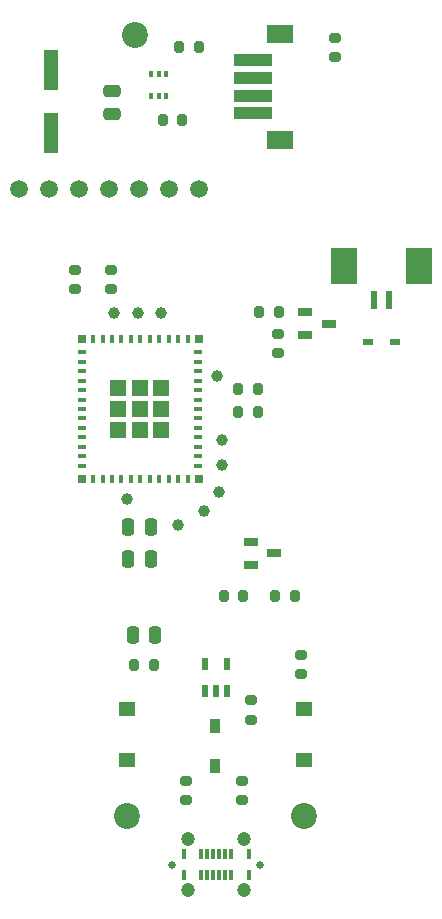
<source format=gbr>
%TF.GenerationSoftware,KiCad,Pcbnew,8.0.8*%
%TF.CreationDate,2025-03-31T21:39:45-04:00*%
%TF.ProjectId,vindriktrning-esp32-s3,76696e64-7269-46b7-9472-6e696e672d65,rev?*%
%TF.SameCoordinates,Original*%
%TF.FileFunction,Soldermask,Top*%
%TF.FilePolarity,Negative*%
%FSLAX46Y46*%
G04 Gerber Fmt 4.6, Leading zero omitted, Abs format (unit mm)*
G04 Created by KiCad (PCBNEW 8.0.8) date 2025-03-31 21:39:45*
%MOMM*%
%LPD*%
G01*
G04 APERTURE LIST*
G04 Aperture macros list*
%AMRoundRect*
0 Rectangle with rounded corners*
0 $1 Rounding radius*
0 $2 $3 $4 $5 $6 $7 $8 $9 X,Y pos of 4 corners*
0 Add a 4 corners polygon primitive as box body*
4,1,4,$2,$3,$4,$5,$6,$7,$8,$9,$2,$3,0*
0 Add four circle primitives for the rounded corners*
1,1,$1+$1,$2,$3*
1,1,$1+$1,$4,$5*
1,1,$1+$1,$6,$7*
1,1,$1+$1,$8,$9*
0 Add four rect primitives between the rounded corners*
20,1,$1+$1,$2,$3,$4,$5,0*
20,1,$1+$1,$4,$5,$6,$7,0*
20,1,$1+$1,$6,$7,$8,$9,0*
20,1,$1+$1,$8,$9,$2,$3,0*%
G04 Aperture macros list end*
%ADD10C,1.000000*%
%ADD11R,1.360000X1.230000*%
%ADD12C,1.500000*%
%ADD13RoundRect,0.250000X-0.250000X-0.475000X0.250000X-0.475000X0.250000X0.475000X-0.250000X0.475000X0*%
%ADD14R,3.250000X1.000000*%
%ADD15R,2.300000X1.500000*%
%ADD16RoundRect,0.200000X-0.275000X0.200000X-0.275000X-0.200000X0.275000X-0.200000X0.275000X0.200000X0*%
%ADD17R,0.530000X1.050000*%
%ADD18RoundRect,0.200000X0.275000X-0.200000X0.275000X0.200000X-0.275000X0.200000X-0.275000X-0.200000X0*%
%ADD19RoundRect,0.200000X0.200000X0.275000X-0.200000X0.275000X-0.200000X-0.275000X0.200000X-0.275000X0*%
%ADD20C,2.200000*%
%ADD21R,1.250000X0.700000*%
%ADD22RoundRect,0.200000X-0.200000X-0.275000X0.200000X-0.275000X0.200000X0.275000X-0.200000X0.275000X0*%
%ADD23R,0.420000X0.600000*%
%ADD24R,0.950000X1.200000*%
%ADD25RoundRect,0.250000X-0.475000X0.250000X-0.475000X-0.250000X0.475000X-0.250000X0.475000X0.250000X0*%
%ADD26R,0.520000X1.600000*%
%ADD27R,2.200000X3.100000*%
%ADD28R,0.350000X0.900000*%
%ADD29R,0.300000X0.900000*%
%ADD30C,1.200000*%
%ADD31C,0.650000*%
%ADD32R,0.830000X0.630000*%
%ADD33R,1.200000X3.500000*%
%ADD34R,0.400000X0.800000*%
%ADD35R,0.800000X0.400000*%
%ADD36R,1.450000X1.450000*%
%ADD37R,0.700000X0.700000*%
G04 APERTURE END LIST*
D10*
%TO.C,J11*%
X102475000Y-108625000D03*
%TD*%
%TO.C,J10*%
X102900000Y-114050000D03*
%TD*%
%TO.C,J9*%
X102850000Y-116175000D03*
%TD*%
%TO.C,J8*%
X102650000Y-118475000D03*
%TD*%
%TO.C,J7*%
X101375000Y-120125000D03*
%TD*%
%TO.C,J6*%
X99125000Y-121275000D03*
%TD*%
%TO.C,J5*%
X94800000Y-119075000D03*
%TD*%
D11*
%TO.C,SW1*%
X94825000Y-141180000D03*
X94825000Y-136820000D03*
%TD*%
D10*
%TO.C,J2*%
X95725000Y-103350000D03*
%TD*%
D12*
%TO.C,IC1*%
X85725000Y-92800000D03*
X88265000Y-92800000D03*
X90805000Y-92800000D03*
X93345000Y-92800000D03*
X95885000Y-92800000D03*
X98425000Y-92800000D03*
X100965000Y-92800000D03*
%TD*%
D13*
%TO.C,C4*%
X94950000Y-124150000D03*
X96850000Y-124150000D03*
%TD*%
%TO.C,C3*%
X94950000Y-121450000D03*
X96850000Y-121450000D03*
%TD*%
D14*
%TO.C,J1*%
X105510000Y-81925000D03*
X105510000Y-83425000D03*
X105510000Y-84925000D03*
X105510000Y-86425000D03*
D15*
X107750000Y-79675000D03*
X107750000Y-88675000D03*
%TD*%
D16*
%TO.C,R2*%
X112425000Y-80000000D03*
X112425000Y-81650000D03*
%TD*%
D17*
%TO.C,U4*%
X101400000Y-135350000D03*
X102350000Y-135350000D03*
X103300000Y-135350000D03*
X103300000Y-133050000D03*
X101400000Y-133050000D03*
%TD*%
D18*
%TO.C,R5*%
X104600000Y-144575000D03*
X104600000Y-142925000D03*
%TD*%
%TO.C,R1*%
X99800000Y-144575000D03*
X99800000Y-142925000D03*
%TD*%
D19*
%TO.C,R11*%
X97100000Y-133100000D03*
X95450000Y-133100000D03*
%TD*%
D20*
%TO.C,H3*%
X94825000Y-145950000D03*
%TD*%
D19*
%TO.C,R15*%
X109025000Y-127275000D03*
X107375000Y-127275000D03*
%TD*%
D16*
%TO.C,R12*%
X90450000Y-99650000D03*
X90450000Y-101300000D03*
%TD*%
D21*
%TO.C,Q3*%
X105300000Y-122725000D03*
X105300000Y-124625000D03*
X107300000Y-123675000D03*
%TD*%
D19*
%TO.C,R10*%
X105925000Y-111675000D03*
X104275000Y-111675000D03*
%TD*%
D20*
%TO.C,H1*%
X95525000Y-79750000D03*
%TD*%
D13*
%TO.C,C5*%
X95325000Y-130625000D03*
X97225000Y-130625000D03*
%TD*%
D22*
%TO.C,R9*%
X99275000Y-80800000D03*
X100925000Y-80800000D03*
%TD*%
D23*
%TO.C,Q2*%
X96875000Y-84950000D03*
X97525000Y-84950000D03*
X98175000Y-84950000D03*
X98175000Y-83050000D03*
X97525000Y-83050000D03*
X96875000Y-83050000D03*
%TD*%
D22*
%TO.C,R8*%
X97875000Y-86975000D03*
X99525000Y-86975000D03*
%TD*%
%TO.C,R3*%
X106025000Y-103275000D03*
X107675000Y-103275000D03*
%TD*%
D24*
%TO.C,U2*%
X102325000Y-138275000D03*
X102325000Y-141675000D03*
%TD*%
D19*
%TO.C,R7*%
X105925000Y-109750000D03*
X104275000Y-109750000D03*
%TD*%
D16*
%TO.C,R13*%
X93450000Y-99650000D03*
X93450000Y-101300000D03*
%TD*%
%TO.C,R16*%
X109600000Y-132275000D03*
X109600000Y-133925000D03*
%TD*%
%TO.C,R4*%
X107650000Y-105075000D03*
X107650000Y-106725000D03*
%TD*%
D22*
%TO.C,R14*%
X103025000Y-127300000D03*
X104675000Y-127300000D03*
%TD*%
D25*
%TO.C,C2*%
X93575000Y-84550000D03*
X93575000Y-86450000D03*
%TD*%
D18*
%TO.C,R6*%
X105350000Y-137775000D03*
X105350000Y-136125000D03*
%TD*%
D26*
%TO.C,FAN1*%
X117000000Y-102200000D03*
X115740000Y-102200000D03*
D27*
X113200000Y-99300000D03*
X119550000Y-99300000D03*
%TD*%
D28*
%TO.C,USB1*%
X99625000Y-150925000D03*
D29*
X101125000Y-150925000D03*
X101625000Y-150925000D03*
X102125000Y-150925000D03*
X102625000Y-150925000D03*
X103125000Y-150925000D03*
X103625000Y-150925000D03*
D28*
X105125000Y-150925000D03*
X105125000Y-149125000D03*
D29*
X103625000Y-149125000D03*
X103125000Y-149125000D03*
X102625000Y-149125000D03*
X102125000Y-149125000D03*
X101625000Y-149125000D03*
X101125000Y-149125000D03*
D28*
X99625000Y-149125000D03*
D30*
X104775000Y-152175000D03*
X104775000Y-147875000D03*
X99975000Y-152175000D03*
X99975000Y-147875000D03*
D31*
X106125000Y-150025000D03*
X98625000Y-150025000D03*
%TD*%
D20*
%TO.C,H2*%
X109825000Y-145950000D03*
%TD*%
D21*
%TO.C,Q1*%
X109900000Y-103275000D03*
X109900000Y-105175000D03*
X111900000Y-104225000D03*
%TD*%
D10*
%TO.C,J3*%
X97725000Y-103350000D03*
%TD*%
D32*
%TO.C,U3*%
X117490000Y-105775000D03*
X115210000Y-105775000D03*
%TD*%
D11*
%TO.C,SW2*%
X109825000Y-141180000D03*
X109825000Y-136820000D03*
%TD*%
D10*
%TO.C,J4*%
X93725000Y-103350000D03*
%TD*%
D33*
%TO.C,C1*%
X88400000Y-82725000D03*
X88400000Y-88065000D03*
%TD*%
D34*
%TO.C,U6*%
X91965000Y-117350000D03*
X92775000Y-117350000D03*
X93575000Y-117350000D03*
X94365000Y-117350000D03*
X95175000Y-117350000D03*
X95965000Y-117350000D03*
X96765000Y-117350000D03*
X97575000Y-117350000D03*
X98365000Y-117350000D03*
X99175000Y-117350000D03*
X99975000Y-117350000D03*
D35*
X100845000Y-116250000D03*
X100845000Y-115450000D03*
X100845000Y-114650000D03*
X100845000Y-113850000D03*
X100845000Y-113050000D03*
X100845000Y-112250000D03*
X100845000Y-111450000D03*
X100845000Y-110650000D03*
X100845000Y-109850000D03*
X100845000Y-109050000D03*
X100845000Y-108250000D03*
X100845000Y-107450000D03*
X100845000Y-106650000D03*
D34*
X99975000Y-105550000D03*
X99175000Y-105550000D03*
X98365000Y-105550000D03*
X97575000Y-105550000D03*
X96765000Y-105550000D03*
X95975000Y-105550000D03*
X95175000Y-105550000D03*
X94365000Y-105550000D03*
X93575000Y-105550000D03*
X92775000Y-105550000D03*
X91965000Y-105550000D03*
D35*
X91045000Y-106650000D03*
X91045000Y-107450000D03*
X91045000Y-108250000D03*
X91045000Y-109050000D03*
X91045000Y-109850000D03*
X91045000Y-110650000D03*
X91045000Y-111450000D03*
X91045000Y-112250000D03*
X91045000Y-113050000D03*
X91045000Y-113850000D03*
X91045000Y-114650000D03*
X91045000Y-115450000D03*
X91045000Y-116250000D03*
D36*
X94095000Y-113230000D03*
X95895000Y-113230000D03*
X97695000Y-113230000D03*
X94095000Y-111430000D03*
X95895000Y-111430000D03*
X97695000Y-111430000D03*
X94095000Y-109630000D03*
X95895000Y-109630000D03*
X97695000Y-109630000D03*
D37*
X90995000Y-105500000D03*
X100895000Y-105500000D03*
X100895000Y-117400000D03*
X90995000Y-117400000D03*
%TD*%
M02*

</source>
